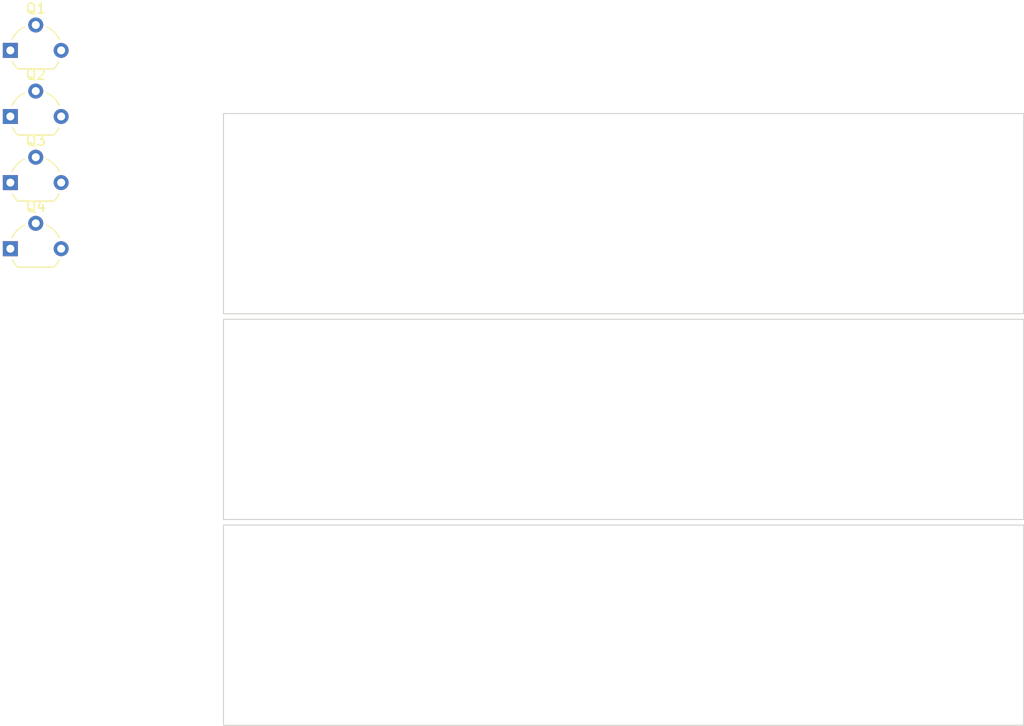
<source format=kicad_pcb>
(kicad_pcb (version 20221018) (generator pcbnew)
  (layers (0 "F.Cu" signal) (31 "B.Cu" signal) (34 "B.Paste" user) (35 "F.Paste" user) (36 "B.SilkS" user "B.Silkscreen") (37 "F.SilkS" user "F.Silkscreen") (38 "B.Mask" user) (39 "F.Mask" user) (44 "Edge.Cuts" user))
  (net 0 "")
  (net 1 "Net-(Q1-E)")
  (net 2 "Net-(Q1-B)")
  (footprint "Package_TO_SOT_THT:TO-92_Wide" (layer "F.Cu") (at 93.1164 79.0388)
    (fp_text reference "Q3" (at 2.55 -4.19) (layer "F.SilkS"))
    (fp_text value "2N3904")
    (fp_line (start 0.74 1.85) (end 4.34 1.85) (stroke (width 0.12)) (layer "F.SilkS"))
    (fp_arc (start 0.172801 -1.103842) (mid 0.678995 -1.832692) (end 1.4 -2.35) (stroke (width 0.12)) (layer "F.SilkS"))
    (fp_arc (start 0.74 1.85) (mid 0.446097 1.509328) (end 0.215816 1.122795) (stroke (width 0.12)) (layer "F.SilkS"))
    (fp_arc (start 3.65 -2.35) (mid 4.382279 -1.833196) (end 4.895458 -1.098371) (stroke (width 0.12)) (layer "F.SilkS"))
    (fp_arc (start 4.864184 1.122795) (mid 4.633903 1.509328) (end 4.34 1.85) (stroke (width 0.12)) (layer "F.SilkS"))
    (pad "1" thru_hole rect (at 0 0) (size 1.5 1.5) (drill 0.8) (layers "*.Cu" "*.Mask") (net 1 "Net-(Q1-E)"))
    (pad "2" thru_hole circle (at 2.54 -2.54) (size 1.5 1.5) (drill 0.8) (layers "*.Cu" "*.Mask") (net 2 "Net-(Q1-B)"))
    (pad "3" thru_hole circle (at 5.08 0) (size 1.5 1.5) (drill 0.8) (layers "*.Cu" "*.Mask"))
  )
  (footprint "Package_TO_SOT_THT:TO-92_Wide" (layer "F.Cu") (at 93.1164 72.4288)
    (fp_text reference "Q2" (at 2.55 -4.19) (layer "F.SilkS"))
    (fp_text value "2N3904")
    (fp_line (start 0.74 1.85) (end 4.34 1.85) (stroke (width 0.12)) (layer "F.SilkS"))
    (fp_arc (start 0.172801 -1.103842) (mid 0.678995 -1.832692) (end 1.4 -2.35) (stroke (width 0.12)) (layer "F.SilkS"))
    (fp_arc (start 0.74 1.85) (mid 0.446097 1.509328) (end 0.215816 1.122795) (stroke (width 0.12)) (layer "F.SilkS"))
    (fp_arc (start 3.65 -2.35) (mid 4.382279 -1.833196) (end 4.895458 -1.098371) (stroke (width 0.12)) (layer "F.SilkS"))
    (fp_arc (start 4.864184 1.122795) (mid 4.633903 1.509328) (end 4.34 1.85) (stroke (width 0.12)) (layer "F.SilkS"))
    (pad "1" thru_hole rect (at 0 0) (size 1.5 1.5) (drill 0.8) (layers "*.Cu" "*.Mask") (net 1 "Net-(Q1-E)"))
    (pad "2" thru_hole circle (at 2.54 -2.54) (size 1.5 1.5) (drill 0.8) (layers "*.Cu" "*.Mask") (net 2 "Net-(Q1-B)"))
    (pad "3" thru_hole circle (at 5.08 0) (size 1.5 1.5) (drill 0.8) (layers "*.Cu" "*.Mask"))
  )
  (footprint "Package_TO_SOT_THT:TO-92_Wide" (layer "F.Cu") (at 93.1164 85.6488)
    (fp_text reference "Q4" (at 2.55 -4.19) (layer "F.SilkS"))
    (fp_text value "2N3904")
    (fp_line (start 0.74 1.85) (end 4.34 1.85) (stroke (width 0.12)) (layer "F.SilkS"))
    (fp_arc (start 0.172801 -1.103842) (mid 0.678995 -1.832692) (end 1.4 -2.35) (stroke (width 0.12)) (layer "F.SilkS"))
    (fp_arc (start 0.74 1.85) (mid 0.446097 1.509328) (end 0.215816 1.122795) (stroke (width 0.12)) (layer "F.SilkS"))
    (fp_arc (start 3.65 -2.35) (mid 4.382279 -1.833196) (end 4.895458 -1.098371) (stroke (width 0.12)) (layer "F.SilkS"))
    (fp_arc (start 4.864184 1.122795) (mid 4.633903 1.509328) (end 4.34 1.85) (stroke (width 0.12)) (layer "F.SilkS"))
    (pad "1" thru_hole rect (at 0 0) (size 1.5 1.5) (drill 0.8) (layers "*.Cu" "*.Mask") (net 1 "Net-(Q1-E)"))
    (pad "2" thru_hole circle (at 2.54 -2.54) (size 1.5 1.5) (drill 0.8) (layers "*.Cu" "*.Mask") (net 2 "Net-(Q1-B)"))
    (pad "3" thru_hole circle (at 5.08 0) (size 1.5 1.5) (drill 0.8) (layers "*.Cu" "*.Mask"))
  )
  (footprint "Package_TO_SOT_THT:TO-92_Wide" (layer "F.Cu") (at 93.1164 65.8188)
    (fp_text reference "Q1" (at 2.55 -4.19) (layer "F.SilkS"))
    (fp_text value "2N3904")
    (fp_line (start 0.74 1.85) (end 4.34 1.85) (stroke (width 0.12)) (layer "F.SilkS"))
    (fp_arc (start 0.172801 -1.103842) (mid 0.678995 -1.832692) (end 1.4 -2.35) (stroke (width 0.12)) (layer "F.SilkS"))
    (fp_arc (start 0.74 1.85) (mid 0.446097 1.509328) (end 0.215816 1.122795) (stroke (width 0.12)) (layer "F.SilkS"))
    (fp_arc (start 3.65 -2.35) (mid 4.382279 -1.833196) (end 4.895458 -1.098371) (stroke (width 0.12)) (layer "F.SilkS"))
    (fp_arc (start 4.864184 1.122795) (mid 4.633903 1.509328) (end 4.34 1.85) (stroke (width 0.12)) (layer "F.SilkS"))
    (pad "1" thru_hole rect (at 0 0) (size 1.5 1.5) (drill 0.8) (layers "*.Cu" "*.Mask") (net 1 "Net-(Q1-E)"))
    (pad "2" thru_hole circle (at 2.54 -2.54) (size 1.5 1.5) (drill 0.8) (layers "*.Cu" "*.Mask") (net 2 "Net-(Q1-B)"))
    (pad "3" thru_hole circle (at 5.08 0) (size 1.5 1.5) (drill 0.8) (layers "*.Cu" "*.Mask"))
  )
  (gr_rect (start 114.427 72.136) (end 194.437 92.1512) (stroke (width 0.1)) (fill none) (layer "Edge.Cuts"))
  (gr_rect (start 114.427 113.284) (end 194.437 133.2992) (stroke (width 0.1)) (fill none) (layer "Edge.Cuts"))
  (gr_rect (start 114.427 92.71) (end 194.437 112.7252) (stroke (width 0.1)) (fill none) (layer "Edge.Cuts"))
)
</source>
